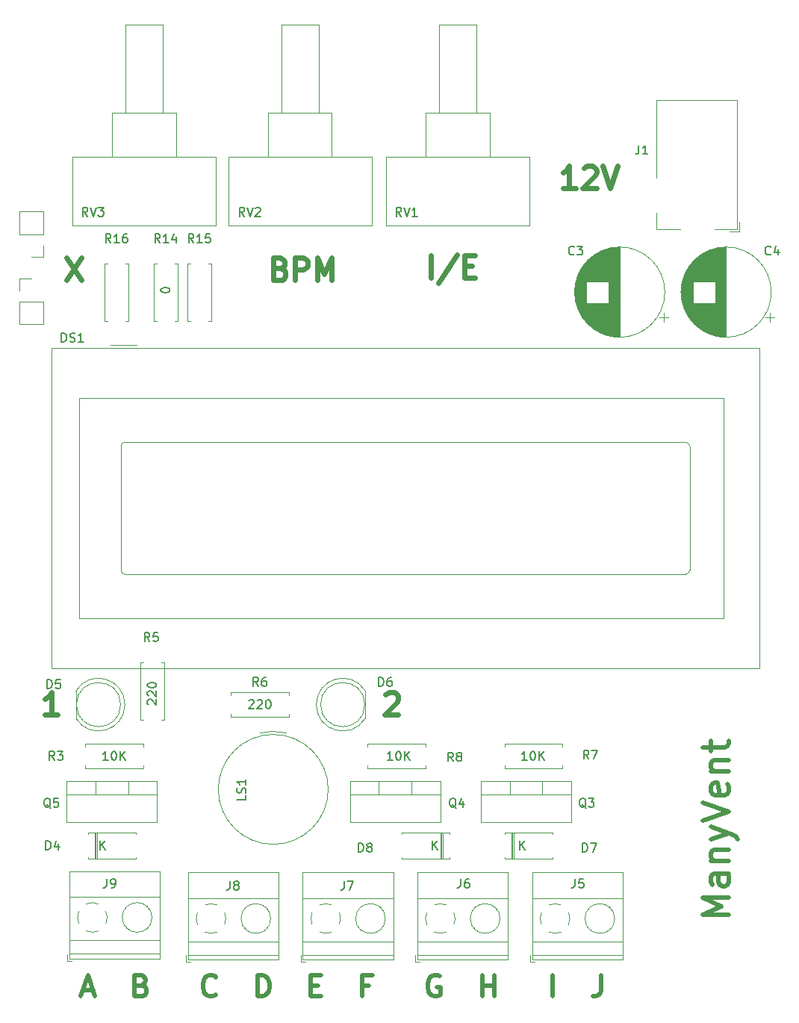
<source format=gbr>
G04 #@! TF.GenerationSoftware,KiCad,Pcbnew,(5.99.0-1109-gba7c8ed85)*
G04 #@! TF.CreationDate,2020-03-29T19:16:44-07:00*
G04 #@! TF.ProjectId,ventilator,76656e74-696c-4617-946f-722e6b696361,rev?*
G04 #@! TF.SameCoordinates,Original*
G04 #@! TF.FileFunction,Legend,Top*
G04 #@! TF.FilePolarity,Positive*
%FSLAX46Y46*%
G04 Gerber Fmt 4.6, Leading zero omitted, Abs format (unit mm)*
G04 Created by KiCad (PCBNEW (5.99.0-1109-gba7c8ed85)) date 2020-03-29 19:16:44*
%MOMM*%
%LPD*%
G01*
G04 APERTURE LIST*
%ADD10C,0.500000*%
%ADD11C,0.625000*%
%ADD12C,0.150000*%
%ADD13C,0.120000*%
G04 APERTURE END LIST*
D10*
X136275642Y-149373214D02*
X133275642Y-149373214D01*
X135418500Y-148373214D01*
X133275642Y-147373214D01*
X136275642Y-147373214D01*
X136275642Y-144658928D02*
X134704214Y-144658928D01*
X134418500Y-144801785D01*
X134275642Y-145087500D01*
X134275642Y-145658928D01*
X134418500Y-145944642D01*
X136132785Y-144658928D02*
X136275642Y-144944642D01*
X136275642Y-145658928D01*
X136132785Y-145944642D01*
X135847071Y-146087500D01*
X135561357Y-146087500D01*
X135275642Y-145944642D01*
X135132785Y-145658928D01*
X135132785Y-144944642D01*
X134989928Y-144658928D01*
X134275642Y-143230357D02*
X136275642Y-143230357D01*
X134561357Y-143230357D02*
X134418500Y-143087500D01*
X134275642Y-142801785D01*
X134275642Y-142373214D01*
X134418500Y-142087500D01*
X134704214Y-141944642D01*
X136275642Y-141944642D01*
X134275642Y-140801785D02*
X136275642Y-140087500D01*
X134275642Y-139373214D02*
X136275642Y-140087500D01*
X136989928Y-140373214D01*
X137132785Y-140516071D01*
X137275642Y-140801785D01*
X133275642Y-138658928D02*
X136275642Y-137658928D01*
X133275642Y-136658928D01*
X136132785Y-134516071D02*
X136275642Y-134801785D01*
X136275642Y-135373214D01*
X136132785Y-135658928D01*
X135847071Y-135801785D01*
X134704214Y-135801785D01*
X134418500Y-135658928D01*
X134275642Y-135373214D01*
X134275642Y-134801785D01*
X134418500Y-134516071D01*
X134704214Y-134373214D01*
X134989928Y-134373214D01*
X135275642Y-135801785D01*
X134275642Y-133087500D02*
X136275642Y-133087500D01*
X134561357Y-133087500D02*
X134418500Y-132944642D01*
X134275642Y-132658928D01*
X134275642Y-132230357D01*
X134418500Y-131944642D01*
X134704214Y-131801785D01*
X136275642Y-131801785D01*
X134275642Y-130801785D02*
X134275642Y-129658928D01*
X133275642Y-130373214D02*
X135847071Y-130373214D01*
X136132785Y-130230357D01*
X136275642Y-129944642D01*
X136275642Y-129658928D01*
D11*
X61187166Y-74875452D02*
X62853833Y-77375452D01*
X62853833Y-74875452D02*
X61187166Y-77375452D01*
X60194785Y-126651452D02*
X58766214Y-126651452D01*
X59480500Y-126651452D02*
X59480500Y-124151452D01*
X59242404Y-124508595D01*
X59004309Y-124746690D01*
X58766214Y-124865738D01*
X97374214Y-124389547D02*
X97493261Y-124270500D01*
X97731357Y-124151452D01*
X98326595Y-124151452D01*
X98564690Y-124270500D01*
X98683738Y-124389547D01*
X98802785Y-124627642D01*
X98802785Y-124865738D01*
X98683738Y-125222880D01*
X97255166Y-126651452D01*
X98802785Y-126651452D01*
D12*
X71886880Y-78578119D02*
X71886880Y-78482880D01*
X71934500Y-78387642D01*
X71982119Y-78340023D01*
X72077357Y-78292404D01*
X72267833Y-78244785D01*
X72505928Y-78244785D01*
X72696404Y-78292404D01*
X72791642Y-78340023D01*
X72839261Y-78387642D01*
X72886880Y-78482880D01*
X72886880Y-78578119D01*
X72839261Y-78673357D01*
X72791642Y-78720976D01*
X72696404Y-78768595D01*
X72505928Y-78816214D01*
X72267833Y-78816214D01*
X72077357Y-78768595D01*
X71982119Y-78720976D01*
X71934500Y-78673357D01*
X71886880Y-78578119D01*
X70458119Y-125488595D02*
X70410500Y-125440976D01*
X70362880Y-125345738D01*
X70362880Y-125107642D01*
X70410500Y-125012404D01*
X70458119Y-124964785D01*
X70553357Y-124917166D01*
X70648595Y-124917166D01*
X70791452Y-124964785D01*
X71362880Y-125536214D01*
X71362880Y-124917166D01*
X70458119Y-124536214D02*
X70410500Y-124488595D01*
X70362880Y-124393357D01*
X70362880Y-124155261D01*
X70410500Y-124060023D01*
X70458119Y-124012404D01*
X70553357Y-123964785D01*
X70648595Y-123964785D01*
X70791452Y-124012404D01*
X71362880Y-124583833D01*
X71362880Y-123964785D01*
X70362880Y-123345738D02*
X70362880Y-123250500D01*
X70410500Y-123155261D01*
X70458119Y-123107642D01*
X70553357Y-123060023D01*
X70743833Y-123012404D01*
X70981928Y-123012404D01*
X71172404Y-123060023D01*
X71267642Y-123107642D01*
X71315261Y-123155261D01*
X71362880Y-123250500D01*
X71362880Y-123345738D01*
X71315261Y-123440976D01*
X71267642Y-123488595D01*
X71172404Y-123536214D01*
X70981928Y-123583833D01*
X70743833Y-123583833D01*
X70553357Y-123536214D01*
X70458119Y-123488595D01*
X70410500Y-123440976D01*
X70362880Y-123345738D01*
D11*
X85428500Y-76065928D02*
X85785642Y-76184976D01*
X85904690Y-76304023D01*
X86023738Y-76542119D01*
X86023738Y-76899261D01*
X85904690Y-77137357D01*
X85785642Y-77256404D01*
X85547547Y-77375452D01*
X84595166Y-77375452D01*
X84595166Y-74875452D01*
X85428500Y-74875452D01*
X85666595Y-74994500D01*
X85785642Y-75113547D01*
X85904690Y-75351642D01*
X85904690Y-75589738D01*
X85785642Y-75827833D01*
X85666595Y-75946880D01*
X85428500Y-76065928D01*
X84595166Y-76065928D01*
X87095166Y-77375452D02*
X87095166Y-74875452D01*
X88047547Y-74875452D01*
X88285642Y-74994500D01*
X88404690Y-75113547D01*
X88523738Y-75351642D01*
X88523738Y-75708785D01*
X88404690Y-75946880D01*
X88285642Y-76065928D01*
X88047547Y-76184976D01*
X87095166Y-76184976D01*
X89595166Y-77375452D02*
X89595166Y-74875452D01*
X90428500Y-76661166D01*
X91261833Y-74875452D01*
X91261833Y-77375452D01*
X102506023Y-77121452D02*
X102506023Y-74621452D01*
X105482214Y-74502404D02*
X103339357Y-77716690D01*
X106315547Y-75811928D02*
X107148880Y-75811928D01*
X107506023Y-77121452D02*
X106315547Y-77121452D01*
X106315547Y-74621452D01*
X107506023Y-74621452D01*
D10*
X63056642Y-157924500D02*
X64199500Y-157924500D01*
X62828071Y-158610214D02*
X63628071Y-156210214D01*
X64428071Y-158610214D01*
X69685214Y-157353071D02*
X70028071Y-157467357D01*
X70142357Y-157581642D01*
X70256642Y-157810214D01*
X70256642Y-158153071D01*
X70142357Y-158381642D01*
X70028071Y-158495928D01*
X69799500Y-158610214D01*
X68885214Y-158610214D01*
X68885214Y-156210214D01*
X69685214Y-156210214D01*
X69913785Y-156324500D01*
X70028071Y-156438785D01*
X70142357Y-156667357D01*
X70142357Y-156895928D01*
X70028071Y-157124500D01*
X69913785Y-157238785D01*
X69685214Y-157353071D01*
X68885214Y-157353071D01*
X78142357Y-158381642D02*
X78028071Y-158495928D01*
X77685214Y-158610214D01*
X77456642Y-158610214D01*
X77113785Y-158495928D01*
X76885214Y-158267357D01*
X76770928Y-158038785D01*
X76656642Y-157581642D01*
X76656642Y-157238785D01*
X76770928Y-156781642D01*
X76885214Y-156553071D01*
X77113785Y-156324500D01*
X77456642Y-156210214D01*
X77685214Y-156210214D01*
X78028071Y-156324500D01*
X78142357Y-156438785D01*
X82828071Y-158610214D02*
X82828071Y-156210214D01*
X83399500Y-156210214D01*
X83742357Y-156324500D01*
X83970928Y-156553071D01*
X84085214Y-156781642D01*
X84199500Y-157238785D01*
X84199500Y-157581642D01*
X84085214Y-158038785D01*
X83970928Y-158267357D01*
X83742357Y-158495928D01*
X83399500Y-158610214D01*
X82828071Y-158610214D01*
X88885214Y-157353071D02*
X89685214Y-157353071D01*
X90028071Y-158610214D02*
X88885214Y-158610214D01*
X88885214Y-156210214D01*
X90028071Y-156210214D01*
X95513785Y-157353071D02*
X94713785Y-157353071D01*
X94713785Y-158610214D02*
X94713785Y-156210214D01*
X95856642Y-156210214D01*
X103513785Y-156324500D02*
X103285214Y-156210214D01*
X102942357Y-156210214D01*
X102599500Y-156324500D01*
X102370928Y-156553071D01*
X102256642Y-156781642D01*
X102142357Y-157238785D01*
X102142357Y-157581642D01*
X102256642Y-158038785D01*
X102370928Y-158267357D01*
X102599500Y-158495928D01*
X102942357Y-158610214D01*
X103170928Y-158610214D01*
X103513785Y-158495928D01*
X103628071Y-158381642D01*
X103628071Y-157581642D01*
X103170928Y-157581642D01*
X108313785Y-158610214D02*
X108313785Y-156210214D01*
X108313785Y-157353071D02*
X109685214Y-157353071D01*
X109685214Y-158610214D02*
X109685214Y-156210214D01*
X116313785Y-158610214D02*
X116313785Y-156210214D01*
X121799499Y-156210214D02*
X121799499Y-157924500D01*
X121685214Y-158267357D01*
X121456642Y-158495928D01*
X121113785Y-158610214D01*
X120885214Y-158610214D01*
D12*
X65902023Y-131814880D02*
X65330595Y-131814880D01*
X65616309Y-131814880D02*
X65616309Y-130814880D01*
X65521071Y-130957738D01*
X65425833Y-131052976D01*
X65330595Y-131100595D01*
X66521071Y-130814880D02*
X66616309Y-130814880D01*
X66711547Y-130862500D01*
X66759166Y-130910119D01*
X66806785Y-131005357D01*
X66854404Y-131195833D01*
X66854404Y-131433928D01*
X66806785Y-131624404D01*
X66759166Y-131719642D01*
X66711547Y-131767261D01*
X66616309Y-131814880D01*
X66521071Y-131814880D01*
X66425833Y-131767261D01*
X66378214Y-131719642D01*
X66330595Y-131624404D01*
X66282976Y-131433928D01*
X66282976Y-131195833D01*
X66330595Y-131005357D01*
X66378214Y-130910119D01*
X66425833Y-130862500D01*
X66521071Y-130814880D01*
X67282976Y-131814880D02*
X67282976Y-130814880D01*
X67854404Y-131814880D02*
X67425833Y-131243452D01*
X67854404Y-130814880D02*
X67282976Y-131386309D01*
X98160023Y-131809880D02*
X97588595Y-131809880D01*
X97874309Y-131809880D02*
X97874309Y-130809880D01*
X97779071Y-130952738D01*
X97683833Y-131047976D01*
X97588595Y-131095595D01*
X98779071Y-130809880D02*
X98874309Y-130809880D01*
X98969547Y-130857500D01*
X99017166Y-130905119D01*
X99064785Y-131000357D01*
X99112404Y-131190833D01*
X99112404Y-131428928D01*
X99064785Y-131619404D01*
X99017166Y-131714642D01*
X98969547Y-131762261D01*
X98874309Y-131809880D01*
X98779071Y-131809880D01*
X98683833Y-131762261D01*
X98636214Y-131714642D01*
X98588595Y-131619404D01*
X98540976Y-131428928D01*
X98540976Y-131190833D01*
X98588595Y-131000357D01*
X98636214Y-130905119D01*
X98683833Y-130857500D01*
X98779071Y-130809880D01*
X99540976Y-131809880D02*
X99540976Y-130809880D01*
X100112404Y-131809880D02*
X99683833Y-131238452D01*
X100112404Y-130809880D02*
X99540976Y-131381309D01*
X113400023Y-131814880D02*
X112828595Y-131814880D01*
X113114309Y-131814880D02*
X113114309Y-130814880D01*
X113019071Y-130957738D01*
X112923833Y-131052976D01*
X112828595Y-131100595D01*
X114019071Y-130814880D02*
X114114309Y-130814880D01*
X114209547Y-130862500D01*
X114257166Y-130910119D01*
X114304785Y-131005357D01*
X114352404Y-131195833D01*
X114352404Y-131433928D01*
X114304785Y-131624404D01*
X114257166Y-131719642D01*
X114209547Y-131767261D01*
X114114309Y-131814880D01*
X114019071Y-131814880D01*
X113923833Y-131767261D01*
X113876214Y-131719642D01*
X113828595Y-131624404D01*
X113780976Y-131433928D01*
X113780976Y-131195833D01*
X113828595Y-131005357D01*
X113876214Y-130910119D01*
X113923833Y-130862500D01*
X114019071Y-130814880D01*
X114780976Y-131814880D02*
X114780976Y-130814880D01*
X115352404Y-131814880D02*
X114923833Y-131243452D01*
X115352404Y-130814880D02*
X114780976Y-131386309D01*
X81864404Y-125068119D02*
X81912023Y-125020500D01*
X82007261Y-124972880D01*
X82245357Y-124972880D01*
X82340595Y-125020500D01*
X82388214Y-125068119D01*
X82435833Y-125163357D01*
X82435833Y-125258595D01*
X82388214Y-125401452D01*
X81816785Y-125972880D01*
X82435833Y-125972880D01*
X82816785Y-125068119D02*
X82864404Y-125020500D01*
X82959642Y-124972880D01*
X83197738Y-124972880D01*
X83292976Y-125020500D01*
X83340595Y-125068119D01*
X83388214Y-125163357D01*
X83388214Y-125258595D01*
X83340595Y-125401452D01*
X82769166Y-125972880D01*
X83388214Y-125972880D01*
X84007261Y-124972880D02*
X84102500Y-124972880D01*
X84197738Y-125020500D01*
X84245357Y-125068119D01*
X84292976Y-125163357D01*
X84340595Y-125353833D01*
X84340595Y-125591928D01*
X84292976Y-125782404D01*
X84245357Y-125877642D01*
X84197738Y-125925261D01*
X84102500Y-125972880D01*
X84007261Y-125972880D01*
X83912023Y-125925261D01*
X83864404Y-125877642D01*
X83816785Y-125782404D01*
X83769166Y-125591928D01*
X83769166Y-125353833D01*
X83816785Y-125163357D01*
X83864404Y-125068119D01*
X83912023Y-125020500D01*
X84007261Y-124972880D01*
D11*
X118892880Y-66961452D02*
X117464309Y-66961452D01*
X118178595Y-66961452D02*
X118178595Y-64461452D01*
X117940500Y-64818595D01*
X117702404Y-65056690D01*
X117464309Y-65175738D01*
X119845261Y-64699547D02*
X119964309Y-64580500D01*
X120202404Y-64461452D01*
X120797642Y-64461452D01*
X121035738Y-64580500D01*
X121154785Y-64699547D01*
X121273833Y-64937642D01*
X121273833Y-65175738D01*
X121154785Y-65532880D01*
X119726214Y-66961452D01*
X121273833Y-66961452D01*
X121988119Y-64461452D02*
X122821452Y-66961452D01*
X123654785Y-64461452D01*
D13*
X65806500Y-82054500D02*
X65476500Y-82054500D01*
X65476500Y-82054500D02*
X65476500Y-75514500D01*
X65476500Y-75514500D02*
X65806500Y-75514500D01*
X67886500Y-82054500D02*
X68216500Y-82054500D01*
X68216500Y-82054500D02*
X68216500Y-75514500D01*
X68216500Y-75514500D02*
X67886500Y-75514500D01*
X75204500Y-82054500D02*
X74874500Y-82054500D01*
X74874500Y-82054500D02*
X74874500Y-75514500D01*
X74874500Y-75514500D02*
X75204500Y-75514500D01*
X77284500Y-82054500D02*
X77614500Y-82054500D01*
X77614500Y-82054500D02*
X77614500Y-75514500D01*
X77614500Y-75514500D02*
X77284500Y-75514500D01*
X90856500Y-135132500D02*
G75*
G03*
X90856500Y-135132500I-6230000J0D01*
G01*
X83126501Y-128732500D02*
G75*
G02*
X86126500Y-128732500I1499999J-6400000D01*
G01*
X63322500Y-130322500D02*
X63322500Y-129992500D01*
X63322500Y-129992500D02*
X69862500Y-129992500D01*
X69862500Y-129992500D02*
X69862500Y-130322500D01*
X63322500Y-132402500D02*
X63322500Y-132732500D01*
X63322500Y-132732500D02*
X69862500Y-132732500D01*
X69862500Y-132732500D02*
X69862500Y-132402500D01*
X64795818Y-151189256D02*
G75*
G02*
X64112500Y-151334500I-683318J1534756D01*
G01*
X65647926Y-148971458D02*
G75*
G02*
X65647500Y-150338500I-1535426J-683042D01*
G01*
X63429458Y-148119074D02*
G75*
G02*
X64796500Y-148119500I683042J-1535426D01*
G01*
X62577074Y-150337542D02*
G75*
G02*
X62577500Y-148970500I1535426J683042D01*
G01*
X64141305Y-151334753D02*
G75*
G02*
X63428500Y-151189500I-28805J1680253D01*
G01*
X70872500Y-149654500D02*
G75*
G03*
X70872500Y-149654500I-1680000J0D01*
G01*
X61512500Y-153754500D02*
X71792500Y-153754500D01*
X61512500Y-152254500D02*
X71792500Y-152254500D01*
X61512500Y-147353500D02*
X71792500Y-147353500D01*
X61512500Y-144393500D02*
X71792500Y-144393500D01*
X61512500Y-154314500D02*
X71792500Y-154314500D01*
X61512500Y-144393500D02*
X61512500Y-154314500D01*
X71792500Y-144393500D02*
X71792500Y-154314500D01*
X70467500Y-148585500D02*
X70420500Y-148631500D01*
X68158500Y-150893500D02*
X68123500Y-150928500D01*
X70262500Y-148379500D02*
X70227500Y-148415500D01*
X67965500Y-150677500D02*
X67918500Y-150723500D01*
X61272500Y-153814500D02*
X61272500Y-154554500D01*
X61272500Y-154554500D02*
X61772500Y-154554500D01*
X61218500Y-134188500D02*
X71458500Y-134188500D01*
X61218500Y-138829500D02*
X71458500Y-138829500D01*
X61218500Y-134188500D02*
X61218500Y-138829500D01*
X71458500Y-134188500D02*
X71458500Y-138829500D01*
X61218500Y-135698500D02*
X71458500Y-135698500D01*
X64488500Y-134188500D02*
X64488500Y-135698500D01*
X68189500Y-134188500D02*
X68189500Y-135698500D01*
X63618500Y-140182500D02*
X63618500Y-140052500D01*
X63618500Y-140052500D02*
X69058500Y-140052500D01*
X69058500Y-140052500D02*
X69058500Y-140182500D01*
X63618500Y-142862500D02*
X63618500Y-142992500D01*
X63618500Y-142992500D02*
X69058500Y-142992500D01*
X69058500Y-142992500D02*
X69058500Y-142862500D01*
X64518500Y-140052500D02*
X64518500Y-142992500D01*
X64638500Y-140052500D02*
X64638500Y-142992500D01*
X64398500Y-140052500D02*
X64398500Y-142992500D01*
X78257818Y-151311256D02*
G75*
G02*
X77574500Y-151456500I-683318J1534756D01*
G01*
X79109926Y-149093458D02*
G75*
G02*
X79109500Y-150460500I-1535426J-683042D01*
G01*
X76891458Y-148241074D02*
G75*
G02*
X78258500Y-148241500I683042J-1535426D01*
G01*
X76039074Y-150459542D02*
G75*
G02*
X76039500Y-149092500I1535426J683042D01*
G01*
X77603305Y-151456753D02*
G75*
G02*
X76890500Y-151311500I-28805J1680253D01*
G01*
X84334500Y-149776500D02*
G75*
G03*
X84334500Y-149776500I-1680000J0D01*
G01*
X74974500Y-153876500D02*
X85254500Y-153876500D01*
X74974500Y-152376500D02*
X85254500Y-152376500D01*
X74974500Y-147475500D02*
X85254500Y-147475500D01*
X74974500Y-144515500D02*
X85254500Y-144515500D01*
X74974500Y-154436500D02*
X85254500Y-154436500D01*
X74974500Y-144515500D02*
X74974500Y-154436500D01*
X85254500Y-144515500D02*
X85254500Y-154436500D01*
X83929500Y-148707500D02*
X83882500Y-148753500D01*
X81620500Y-151015500D02*
X81585500Y-151050500D01*
X83724500Y-148501500D02*
X83689500Y-148537500D01*
X81427500Y-150799500D02*
X81380500Y-150845500D01*
X74734500Y-153936500D02*
X74734500Y-154676500D01*
X74734500Y-154676500D02*
X75234500Y-154676500D01*
X91257818Y-151311256D02*
G75*
G02*
X90574500Y-151456500I-683318J1534756D01*
G01*
X92109926Y-149093458D02*
G75*
G02*
X92109500Y-150460500I-1535426J-683042D01*
G01*
X89891458Y-148241074D02*
G75*
G02*
X91258500Y-148241500I683042J-1535426D01*
G01*
X89039074Y-150459542D02*
G75*
G02*
X89039500Y-149092500I1535426J683042D01*
G01*
X90603305Y-151456753D02*
G75*
G02*
X89890500Y-151311500I-28805J1680253D01*
G01*
X97334500Y-149776500D02*
G75*
G03*
X97334500Y-149776500I-1680000J0D01*
G01*
X87974500Y-153876500D02*
X98254500Y-153876500D01*
X87974500Y-152376500D02*
X98254500Y-152376500D01*
X87974500Y-147475500D02*
X98254500Y-147475500D01*
X87974500Y-144515500D02*
X98254500Y-144515500D01*
X87974500Y-154436500D02*
X98254500Y-154436500D01*
X87974500Y-144515500D02*
X87974500Y-154436500D01*
X98254500Y-144515500D02*
X98254500Y-154436500D01*
X96929500Y-148707500D02*
X96882500Y-148753500D01*
X94620500Y-151015500D02*
X94585500Y-151050500D01*
X96724500Y-148501500D02*
X96689500Y-148537500D01*
X94427500Y-150799500D02*
X94380500Y-150845500D01*
X87734500Y-153936500D02*
X87734500Y-154676500D01*
X87734500Y-154676500D02*
X88234500Y-154676500D01*
X104257818Y-151311256D02*
G75*
G02*
X103574500Y-151456500I-683318J1534756D01*
G01*
X105109926Y-149093458D02*
G75*
G02*
X105109500Y-150460500I-1535426J-683042D01*
G01*
X102891458Y-148241074D02*
G75*
G02*
X104258500Y-148241500I683042J-1535426D01*
G01*
X102039074Y-150459542D02*
G75*
G02*
X102039500Y-149092500I1535426J683042D01*
G01*
X103603305Y-151456753D02*
G75*
G02*
X102890500Y-151311500I-28805J1680253D01*
G01*
X110334500Y-149776500D02*
G75*
G03*
X110334500Y-149776500I-1680000J0D01*
G01*
X100974500Y-153876500D02*
X111254500Y-153876500D01*
X100974500Y-152376500D02*
X111254500Y-152376500D01*
X100974500Y-147475500D02*
X111254500Y-147475500D01*
X100974500Y-144515500D02*
X111254500Y-144515500D01*
X100974500Y-154436500D02*
X111254500Y-154436500D01*
X100974500Y-144515500D02*
X100974500Y-154436500D01*
X111254500Y-144515500D02*
X111254500Y-154436500D01*
X109929500Y-148707500D02*
X109882500Y-148753500D01*
X107620500Y-151015500D02*
X107585500Y-151050500D01*
X109724500Y-148501500D02*
X109689500Y-148537500D01*
X107427500Y-150799500D02*
X107380500Y-150845500D01*
X100734500Y-153936500D02*
X100734500Y-154676500D01*
X100734500Y-154676500D02*
X101234500Y-154676500D01*
X117257818Y-151311256D02*
G75*
G02*
X116574500Y-151456500I-683318J1534756D01*
G01*
X118109926Y-149093458D02*
G75*
G02*
X118109500Y-150460500I-1535426J-683042D01*
G01*
X115891458Y-148241074D02*
G75*
G02*
X117258500Y-148241500I683042J-1535426D01*
G01*
X115039074Y-150459542D02*
G75*
G02*
X115039500Y-149092500I1535426J683042D01*
G01*
X116603305Y-151456753D02*
G75*
G02*
X115890500Y-151311500I-28805J1680253D01*
G01*
X123334500Y-149776500D02*
G75*
G03*
X123334500Y-149776500I-1680000J0D01*
G01*
X113974500Y-153876500D02*
X124254500Y-153876500D01*
X113974500Y-152376500D02*
X124254500Y-152376500D01*
X113974500Y-147475500D02*
X124254500Y-147475500D01*
X113974500Y-144515500D02*
X124254500Y-144515500D01*
X113974500Y-154436500D02*
X124254500Y-154436500D01*
X113974500Y-144515500D02*
X113974500Y-154436500D01*
X124254500Y-144515500D02*
X124254500Y-154436500D01*
X122929500Y-148707500D02*
X122882500Y-148753500D01*
X120620500Y-151015500D02*
X120585500Y-151050500D01*
X122724500Y-148501500D02*
X122689500Y-148537500D01*
X120427500Y-150799500D02*
X120380500Y-150845500D01*
X113734500Y-153936500D02*
X113734500Y-154676500D01*
X113734500Y-154676500D02*
X114234500Y-154676500D01*
X58524500Y-69580500D02*
X55864500Y-69580500D01*
X58524500Y-72180500D02*
X58524500Y-69580500D01*
X55864500Y-72180500D02*
X55864500Y-69580500D01*
X58524500Y-72180500D02*
X55864500Y-72180500D01*
X58524500Y-73450500D02*
X58524500Y-74780500D01*
X58524500Y-74780500D02*
X57194500Y-74780500D01*
X55864500Y-82400500D02*
X58524500Y-82400500D01*
X55864500Y-79800500D02*
X55864500Y-82400500D01*
X58524500Y-79800500D02*
X58524500Y-82400500D01*
X55864500Y-79800500D02*
X58524500Y-79800500D01*
X55864500Y-78530500D02*
X55864500Y-77200500D01*
X55864500Y-77200500D02*
X57194500Y-77200500D01*
X136404500Y-71850500D02*
X137454500Y-71850500D01*
X137454500Y-70800500D02*
X137454500Y-71850500D01*
X128054500Y-65750500D02*
X128054500Y-56950500D01*
X128054500Y-56950500D02*
X137254500Y-56950500D01*
X130754500Y-71650500D02*
X128054500Y-71650500D01*
X128054500Y-71650500D02*
X128054500Y-69750500D01*
X137254500Y-56950500D02*
X137254500Y-71650500D01*
X137254500Y-71650500D02*
X134654500Y-71650500D01*
X140954146Y-82125500D02*
X140954146Y-81125500D01*
X141454146Y-81625500D02*
X140454146Y-81625500D01*
X130893500Y-79349500D02*
X130893500Y-78151500D01*
X130933500Y-79612500D02*
X130933500Y-77888500D01*
X130973500Y-79812500D02*
X130973500Y-77688500D01*
X131013500Y-79980500D02*
X131013500Y-77520500D01*
X131053500Y-80128500D02*
X131053500Y-77372500D01*
X131093500Y-80260500D02*
X131093500Y-77240500D01*
X131133500Y-80380500D02*
X131133500Y-77120500D01*
X131173500Y-80492500D02*
X131173500Y-77008500D01*
X131213500Y-80596500D02*
X131213500Y-76904500D01*
X131253500Y-80694500D02*
X131253500Y-76806500D01*
X131293500Y-80787500D02*
X131293500Y-76713500D01*
X131333500Y-80875500D02*
X131333500Y-76625500D01*
X131373500Y-80959500D02*
X131373500Y-76541500D01*
X131413500Y-81039500D02*
X131413500Y-76461500D01*
X131453500Y-81115500D02*
X131453500Y-76385500D01*
X131493500Y-81189500D02*
X131493500Y-76311500D01*
X131533500Y-81260500D02*
X131533500Y-76240500D01*
X131573500Y-81329500D02*
X131573500Y-76171500D01*
X131613500Y-81395500D02*
X131613500Y-76105500D01*
X131653500Y-81459500D02*
X131653500Y-76041500D01*
X131693500Y-81520500D02*
X131693500Y-75980500D01*
X131733500Y-81580500D02*
X131733500Y-75920500D01*
X131773500Y-81639500D02*
X131773500Y-75861500D01*
X131813500Y-81695500D02*
X131813500Y-75805500D01*
X131853500Y-81750500D02*
X131853500Y-75750500D01*
X131893500Y-81804500D02*
X131893500Y-75696500D01*
X131933500Y-81856500D02*
X131933500Y-75644500D01*
X131973500Y-81906500D02*
X131973500Y-75594500D01*
X132013500Y-81956500D02*
X132013500Y-75544500D01*
X132053500Y-82004500D02*
X132053500Y-75496500D01*
X132093500Y-82051500D02*
X132093500Y-75449500D01*
X132133500Y-82097500D02*
X132133500Y-75403500D01*
X132173500Y-82142500D02*
X132173500Y-75358500D01*
X132213500Y-82186500D02*
X132213500Y-75314500D01*
X132253500Y-77509500D02*
X132253500Y-75272500D01*
X132253500Y-82228500D02*
X132253500Y-79991500D01*
X132293500Y-77509500D02*
X132293500Y-75230500D01*
X132293500Y-82270500D02*
X132293500Y-79991500D01*
X132333500Y-77509500D02*
X132333500Y-75189500D01*
X132333500Y-82311500D02*
X132333500Y-79991500D01*
X132373500Y-77509500D02*
X132373500Y-75149500D01*
X132373500Y-82351500D02*
X132373500Y-79991500D01*
X132413500Y-77509500D02*
X132413500Y-75110500D01*
X132413500Y-82390500D02*
X132413500Y-79991500D01*
X132453500Y-77509500D02*
X132453500Y-75071500D01*
X132453500Y-82429500D02*
X132453500Y-79991500D01*
X132493500Y-77509500D02*
X132493500Y-75034500D01*
X132493500Y-82466500D02*
X132493500Y-79991500D01*
X132533500Y-77509500D02*
X132533500Y-74997500D01*
X132533500Y-82503500D02*
X132533500Y-79991500D01*
X132573500Y-77509500D02*
X132573500Y-74961500D01*
X132573500Y-82539500D02*
X132573500Y-79991500D01*
X132613500Y-77509500D02*
X132613500Y-74926500D01*
X132613500Y-82574500D02*
X132613500Y-79991500D01*
X132653500Y-77509500D02*
X132653500Y-74892500D01*
X132653500Y-82608500D02*
X132653500Y-79991500D01*
X132693500Y-77509500D02*
X132693500Y-74858500D01*
X132693500Y-82642500D02*
X132693500Y-79991500D01*
X132733500Y-77509500D02*
X132733500Y-74825500D01*
X132733500Y-82675500D02*
X132733500Y-79991500D01*
X132773500Y-77509500D02*
X132773500Y-74793500D01*
X132773500Y-82707500D02*
X132773500Y-79991500D01*
X132813500Y-77509500D02*
X132813500Y-74761500D01*
X132813500Y-82739500D02*
X132813500Y-79991500D01*
X132853500Y-77509500D02*
X132853500Y-74730500D01*
X132853500Y-82770500D02*
X132853500Y-79991500D01*
X132893500Y-77509500D02*
X132893500Y-74700500D01*
X132893500Y-82800500D02*
X132893500Y-79991500D01*
X132933500Y-77509500D02*
X132933500Y-74670500D01*
X132933500Y-82830500D02*
X132933500Y-79991500D01*
X132973500Y-77509500D02*
X132973500Y-74640500D01*
X132973500Y-82860500D02*
X132973500Y-79991500D01*
X133013500Y-77509500D02*
X133013500Y-74612500D01*
X133013500Y-82888500D02*
X133013500Y-79991500D01*
X133053500Y-77509500D02*
X133053500Y-74584500D01*
X133053500Y-82916500D02*
X133053500Y-79991500D01*
X133093500Y-77509500D02*
X133093500Y-74556500D01*
X133093500Y-82944500D02*
X133093500Y-79991500D01*
X133133500Y-77509500D02*
X133133500Y-74529500D01*
X133133500Y-82971500D02*
X133133500Y-79991500D01*
X133173500Y-77509500D02*
X133173500Y-74503500D01*
X133173500Y-82997500D02*
X133173500Y-79991500D01*
X133213500Y-77509500D02*
X133213500Y-74477500D01*
X133213500Y-83023500D02*
X133213500Y-79991500D01*
X133253500Y-77509500D02*
X133253500Y-74452500D01*
X133253500Y-83048500D02*
X133253500Y-79991500D01*
X133293500Y-77509500D02*
X133293500Y-74427500D01*
X133293500Y-83073500D02*
X133293500Y-79991500D01*
X133333500Y-77509500D02*
X133333500Y-74403500D01*
X133333500Y-83097500D02*
X133333500Y-79991500D01*
X133373500Y-77509500D02*
X133373500Y-74379500D01*
X133373500Y-83121500D02*
X133373500Y-79991500D01*
X133413500Y-77509500D02*
X133413500Y-74355500D01*
X133413500Y-83145500D02*
X133413500Y-79991500D01*
X133453500Y-77509500D02*
X133453500Y-74333500D01*
X133453500Y-83167500D02*
X133453500Y-79991500D01*
X133493500Y-77509500D02*
X133493500Y-74310500D01*
X133493500Y-83190500D02*
X133493500Y-79991500D01*
X133533500Y-77509500D02*
X133533500Y-74288500D01*
X133533500Y-83212500D02*
X133533500Y-79991500D01*
X133573500Y-77509500D02*
X133573500Y-74267500D01*
X133573500Y-83233500D02*
X133573500Y-79991500D01*
X133613500Y-77509500D02*
X133613500Y-74246500D01*
X133613500Y-83254500D02*
X133613500Y-79991500D01*
X133653500Y-77509500D02*
X133653500Y-74225500D01*
X133653500Y-83275500D02*
X133653500Y-79991500D01*
X133693500Y-77509500D02*
X133693500Y-74205500D01*
X133693500Y-83295500D02*
X133693500Y-79991500D01*
X133733500Y-77509500D02*
X133733500Y-74186500D01*
X133733500Y-83314500D02*
X133733500Y-79991500D01*
X133773500Y-77509500D02*
X133773500Y-74166500D01*
X133773500Y-83334500D02*
X133773500Y-79991500D01*
X133813500Y-77509500D02*
X133813500Y-74147500D01*
X133813500Y-83353500D02*
X133813500Y-79991500D01*
X133853500Y-77509500D02*
X133853500Y-74129500D01*
X133853500Y-83371500D02*
X133853500Y-79991500D01*
X133893500Y-77509500D02*
X133893500Y-74111500D01*
X133893500Y-83389500D02*
X133893500Y-79991500D01*
X133933500Y-77509500D02*
X133933500Y-74093500D01*
X133933500Y-83407500D02*
X133933500Y-79991500D01*
X133973500Y-77509500D02*
X133973500Y-74076500D01*
X133973500Y-83424500D02*
X133973500Y-79991500D01*
X134013500Y-77509500D02*
X134013500Y-74060500D01*
X134013500Y-83440500D02*
X134013500Y-79991500D01*
X134053500Y-77509500D02*
X134053500Y-74043500D01*
X134053500Y-83457500D02*
X134053500Y-79991500D01*
X134093500Y-77509500D02*
X134093500Y-74027500D01*
X134093500Y-83473500D02*
X134093500Y-79991500D01*
X134133500Y-77509500D02*
X134133500Y-74012500D01*
X134133500Y-83488500D02*
X134133500Y-79991500D01*
X134173500Y-77509500D02*
X134173500Y-73996500D01*
X134173500Y-83504500D02*
X134173500Y-79991500D01*
X134213500Y-77509500D02*
X134213500Y-73982500D01*
X134213500Y-83518500D02*
X134213500Y-79991500D01*
X134253500Y-77509500D02*
X134253500Y-73967500D01*
X134253500Y-83533500D02*
X134253500Y-79991500D01*
X134293500Y-77509500D02*
X134293500Y-73953500D01*
X134293500Y-83547500D02*
X134293500Y-79991500D01*
X134333500Y-77509500D02*
X134333500Y-73939500D01*
X134333500Y-83561500D02*
X134333500Y-79991500D01*
X134373500Y-77509500D02*
X134373500Y-73926500D01*
X134373500Y-83574500D02*
X134373500Y-79991500D01*
X134413500Y-77509500D02*
X134413500Y-73913500D01*
X134413500Y-83587500D02*
X134413500Y-79991500D01*
X134453500Y-77509500D02*
X134453500Y-73900500D01*
X134453500Y-83600500D02*
X134453500Y-79991500D01*
X134493500Y-77509500D02*
X134493500Y-73888500D01*
X134493500Y-83612500D02*
X134493500Y-79991500D01*
X134533500Y-77509500D02*
X134533500Y-73876500D01*
X134533500Y-83624500D02*
X134533500Y-79991500D01*
X134573500Y-77509500D02*
X134573500Y-73865500D01*
X134573500Y-83635500D02*
X134573500Y-79991500D01*
X134613500Y-77509500D02*
X134613500Y-73853500D01*
X134613500Y-83647500D02*
X134613500Y-79991500D01*
X134653500Y-77509500D02*
X134653500Y-73843500D01*
X134653500Y-83657500D02*
X134653500Y-79991500D01*
X134693500Y-77509500D02*
X134693500Y-73832500D01*
X134693500Y-83668500D02*
X134693500Y-79991500D01*
X134733500Y-83678500D02*
X134733500Y-73822500D01*
X134773500Y-83688500D02*
X134773500Y-73812500D01*
X134813500Y-83697500D02*
X134813500Y-73803500D01*
X134853500Y-83706500D02*
X134853500Y-73794500D01*
X134893500Y-83715500D02*
X134893500Y-73785500D01*
X134933500Y-83724500D02*
X134933500Y-73776500D01*
X134973500Y-83732500D02*
X134973500Y-73768500D01*
X135013500Y-83740500D02*
X135013500Y-73760500D01*
X135053500Y-83747500D02*
X135053500Y-73753500D01*
X135093500Y-83754500D02*
X135093500Y-73746500D01*
X135133500Y-83761500D02*
X135133500Y-73739500D01*
X135173500Y-83768500D02*
X135173500Y-73732500D01*
X135213500Y-83774500D02*
X135213500Y-73726500D01*
X135253500Y-83780500D02*
X135253500Y-73720500D01*
X135294500Y-83785500D02*
X135294500Y-73715500D01*
X135334500Y-83790500D02*
X135334500Y-73710500D01*
X135374500Y-83795500D02*
X135374500Y-73705500D01*
X135414500Y-83800500D02*
X135414500Y-73700500D01*
X135454500Y-83804500D02*
X135454500Y-73696500D01*
X135494500Y-83808500D02*
X135494500Y-73692500D01*
X135534500Y-83812500D02*
X135534500Y-73688500D01*
X135574500Y-83815500D02*
X135574500Y-73685500D01*
X135614500Y-83818500D02*
X135614500Y-73682500D01*
X135654500Y-83820500D02*
X135654500Y-73680500D01*
X135694500Y-83823500D02*
X135694500Y-73677500D01*
X135734500Y-83825500D02*
X135734500Y-73675500D01*
X135774500Y-83827500D02*
X135774500Y-73673500D01*
X135814500Y-83828500D02*
X135814500Y-73672500D01*
X135854500Y-83829500D02*
X135854500Y-73671500D01*
X135894500Y-83830500D02*
X135894500Y-73670500D01*
X135934500Y-83830500D02*
X135934500Y-73670500D01*
X135974500Y-83830500D02*
X135974500Y-73670500D01*
X141094500Y-78750500D02*
G75*
G03*
X141094500Y-78750500I-5120000J0D01*
G01*
X128889146Y-82125500D02*
X128889146Y-81125500D01*
X129389146Y-81625500D02*
X128389146Y-81625500D01*
X118828500Y-79349500D02*
X118828500Y-78151500D01*
X118868500Y-79612500D02*
X118868500Y-77888500D01*
X118908500Y-79812500D02*
X118908500Y-77688500D01*
X118948500Y-79980500D02*
X118948500Y-77520500D01*
X118988500Y-80128500D02*
X118988500Y-77372500D01*
X119028500Y-80260500D02*
X119028500Y-77240500D01*
X119068500Y-80380500D02*
X119068500Y-77120500D01*
X119108500Y-80492500D02*
X119108500Y-77008500D01*
X119148500Y-80596500D02*
X119148500Y-76904500D01*
X119188500Y-80694500D02*
X119188500Y-76806500D01*
X119228500Y-80787500D02*
X119228500Y-76713500D01*
X119268500Y-80875500D02*
X119268500Y-76625500D01*
X119308500Y-80959500D02*
X119308500Y-76541500D01*
X119348500Y-81039500D02*
X119348500Y-76461500D01*
X119388500Y-81115500D02*
X119388500Y-76385500D01*
X119428500Y-81189500D02*
X119428500Y-76311500D01*
X119468500Y-81260500D02*
X119468500Y-76240500D01*
X119508500Y-81329500D02*
X119508500Y-76171500D01*
X119548500Y-81395500D02*
X119548500Y-76105500D01*
X119588500Y-81459500D02*
X119588500Y-76041500D01*
X119628500Y-81520500D02*
X119628500Y-75980500D01*
X119668500Y-81580500D02*
X119668500Y-75920500D01*
X119708500Y-81639500D02*
X119708500Y-75861500D01*
X119748500Y-81695500D02*
X119748500Y-75805500D01*
X119788500Y-81750500D02*
X119788500Y-75750500D01*
X119828500Y-81804500D02*
X119828500Y-75696500D01*
X119868500Y-81856500D02*
X119868500Y-75644500D01*
X119908500Y-81906500D02*
X119908500Y-75594500D01*
X119948500Y-81956500D02*
X119948500Y-75544500D01*
X119988500Y-82004500D02*
X119988500Y-75496500D01*
X120028500Y-82051500D02*
X120028500Y-75449500D01*
X120068500Y-82097500D02*
X120068500Y-75403500D01*
X120108500Y-82142500D02*
X120108500Y-75358500D01*
X120148500Y-82186500D02*
X120148500Y-75314500D01*
X120188500Y-77509500D02*
X120188500Y-75272500D01*
X120188500Y-82228500D02*
X120188500Y-79991500D01*
X120228500Y-77509500D02*
X120228500Y-75230500D01*
X120228500Y-82270500D02*
X120228500Y-79991500D01*
X120268500Y-77509500D02*
X120268500Y-75189500D01*
X120268500Y-82311500D02*
X120268500Y-79991500D01*
X120308500Y-77509500D02*
X120308500Y-75149500D01*
X120308500Y-82351500D02*
X120308500Y-79991500D01*
X120348500Y-77509500D02*
X120348500Y-75110500D01*
X120348500Y-82390500D02*
X120348500Y-79991500D01*
X120388500Y-77509500D02*
X120388500Y-75071500D01*
X120388500Y-82429500D02*
X120388500Y-79991500D01*
X120428500Y-77509500D02*
X120428500Y-75034500D01*
X120428500Y-82466500D02*
X120428500Y-79991500D01*
X120468500Y-77509500D02*
X120468500Y-74997500D01*
X120468500Y-82503500D02*
X120468500Y-79991500D01*
X120508500Y-77509500D02*
X120508500Y-74961500D01*
X120508500Y-82539500D02*
X120508500Y-79991500D01*
X120548500Y-77509500D02*
X120548500Y-74926500D01*
X120548500Y-82574500D02*
X120548500Y-79991500D01*
X120588500Y-77509500D02*
X120588500Y-74892500D01*
X120588500Y-82608500D02*
X120588500Y-79991500D01*
X120628500Y-77509500D02*
X120628500Y-74858500D01*
X120628500Y-82642500D02*
X120628500Y-79991500D01*
X120668500Y-77509500D02*
X120668500Y-74825500D01*
X120668500Y-82675500D02*
X120668500Y-79991500D01*
X120708500Y-77509500D02*
X120708500Y-74793500D01*
X120708500Y-82707500D02*
X120708500Y-79991500D01*
X120748500Y-77509500D02*
X120748500Y-74761500D01*
X120748500Y-82739500D02*
X120748500Y-79991500D01*
X120788500Y-77509500D02*
X120788500Y-74730500D01*
X120788500Y-82770500D02*
X120788500Y-79991500D01*
X120828500Y-77509500D02*
X120828500Y-74700500D01*
X120828500Y-82800500D02*
X120828500Y-79991500D01*
X120868500Y-77509500D02*
X120868500Y-74670500D01*
X120868500Y-82830500D02*
X120868500Y-79991500D01*
X120908500Y-77509500D02*
X120908500Y-74640500D01*
X120908500Y-82860500D02*
X120908500Y-79991500D01*
X120948500Y-77509500D02*
X120948500Y-74612500D01*
X120948500Y-82888500D02*
X120948500Y-79991500D01*
X120988500Y-77509500D02*
X120988500Y-74584500D01*
X120988500Y-82916500D02*
X120988500Y-79991500D01*
X121028500Y-77509500D02*
X121028500Y-74556500D01*
X121028500Y-82944500D02*
X121028500Y-79991500D01*
X121068500Y-77509500D02*
X121068500Y-74529500D01*
X121068500Y-82971500D02*
X121068500Y-79991500D01*
X121108500Y-77509500D02*
X121108500Y-74503500D01*
X121108500Y-82997500D02*
X121108500Y-79991500D01*
X121148500Y-77509500D02*
X121148500Y-74477500D01*
X121148500Y-83023500D02*
X121148500Y-79991500D01*
X121188500Y-77509500D02*
X121188500Y-74452500D01*
X121188500Y-83048500D02*
X121188500Y-79991500D01*
X121228500Y-77509500D02*
X121228500Y-74427500D01*
X121228500Y-83073500D02*
X121228500Y-79991500D01*
X121268500Y-77509500D02*
X121268500Y-74403500D01*
X121268500Y-83097500D02*
X121268500Y-79991500D01*
X121308500Y-77509500D02*
X121308500Y-74379500D01*
X121308500Y-83121500D02*
X121308500Y-79991500D01*
X121348500Y-77509500D02*
X121348500Y-74355500D01*
X121348500Y-83145500D02*
X121348500Y-79991500D01*
X121388500Y-77509500D02*
X121388500Y-74333500D01*
X121388500Y-83167500D02*
X121388500Y-79991500D01*
X121428500Y-77509500D02*
X121428500Y-74310500D01*
X121428500Y-83190500D02*
X121428500Y-79991500D01*
X121468500Y-77509500D02*
X121468500Y-74288500D01*
X121468500Y-83212500D02*
X121468500Y-79991500D01*
X121508500Y-77509500D02*
X121508500Y-74267500D01*
X121508500Y-83233500D02*
X121508500Y-79991500D01*
X121548500Y-77509500D02*
X121548500Y-74246500D01*
X121548500Y-83254500D02*
X121548500Y-79991500D01*
X121588500Y-77509500D02*
X121588500Y-74225500D01*
X121588500Y-83275500D02*
X121588500Y-79991500D01*
X121628500Y-77509500D02*
X121628500Y-74205500D01*
X121628500Y-83295500D02*
X121628500Y-79991500D01*
X121668500Y-77509500D02*
X121668500Y-74186500D01*
X121668500Y-83314500D02*
X121668500Y-79991500D01*
X121708500Y-77509500D02*
X121708500Y-74166500D01*
X121708500Y-83334500D02*
X121708500Y-79991500D01*
X121748500Y-77509500D02*
X121748500Y-74147500D01*
X121748500Y-83353500D02*
X121748500Y-79991500D01*
X121788500Y-77509500D02*
X121788500Y-74129500D01*
X121788500Y-83371500D02*
X121788500Y-79991500D01*
X121828500Y-77509500D02*
X121828500Y-74111500D01*
X121828500Y-83389500D02*
X121828500Y-79991500D01*
X121868500Y-77509500D02*
X121868500Y-74093500D01*
X121868500Y-83407500D02*
X121868500Y-79991500D01*
X121908500Y-77509500D02*
X121908500Y-74076500D01*
X121908500Y-83424500D02*
X121908500Y-79991500D01*
X121948500Y-77509500D02*
X121948500Y-74060500D01*
X121948500Y-83440500D02*
X121948500Y-79991500D01*
X121988500Y-77509500D02*
X121988500Y-74043500D01*
X121988500Y-83457500D02*
X121988500Y-79991500D01*
X122028500Y-77509500D02*
X122028500Y-74027500D01*
X122028500Y-83473500D02*
X122028500Y-79991500D01*
X122068500Y-77509500D02*
X122068500Y-74012500D01*
X122068500Y-83488500D02*
X122068500Y-79991500D01*
X122108500Y-77509500D02*
X122108500Y-73996500D01*
X122108500Y-83504500D02*
X122108500Y-79991500D01*
X122148500Y-77509500D02*
X122148500Y-73982500D01*
X122148500Y-83518500D02*
X122148500Y-79991500D01*
X122188500Y-77509500D02*
X122188500Y-73967500D01*
X122188500Y-83533500D02*
X122188500Y-79991500D01*
X122228500Y-77509500D02*
X122228500Y-73953500D01*
X122228500Y-83547500D02*
X122228500Y-79991500D01*
X122268500Y-77509500D02*
X122268500Y-73939500D01*
X122268500Y-83561500D02*
X122268500Y-79991500D01*
X122308500Y-77509500D02*
X122308500Y-73926500D01*
X122308500Y-83574500D02*
X122308500Y-79991500D01*
X122348500Y-77509500D02*
X122348500Y-73913500D01*
X122348500Y-83587500D02*
X122348500Y-79991500D01*
X122388500Y-77509500D02*
X122388500Y-73900500D01*
X122388500Y-83600500D02*
X122388500Y-79991500D01*
X122428500Y-77509500D02*
X122428500Y-73888500D01*
X122428500Y-83612500D02*
X122428500Y-79991500D01*
X122468500Y-77509500D02*
X122468500Y-73876500D01*
X122468500Y-83624500D02*
X122468500Y-79991500D01*
X122508500Y-77509500D02*
X122508500Y-73865500D01*
X122508500Y-83635500D02*
X122508500Y-79991500D01*
X122548500Y-77509500D02*
X122548500Y-73853500D01*
X122548500Y-83647500D02*
X122548500Y-79991500D01*
X122588500Y-77509500D02*
X122588500Y-73843500D01*
X122588500Y-83657500D02*
X122588500Y-79991500D01*
X122628500Y-77509500D02*
X122628500Y-73832500D01*
X122628500Y-83668500D02*
X122628500Y-79991500D01*
X122668500Y-83678500D02*
X122668500Y-73822500D01*
X122708500Y-83688500D02*
X122708500Y-73812500D01*
X122748500Y-83697500D02*
X122748500Y-73803500D01*
X122788500Y-83706500D02*
X122788500Y-73794500D01*
X122828500Y-83715500D02*
X122828500Y-73785500D01*
X122868500Y-83724500D02*
X122868500Y-73776500D01*
X122908500Y-83732500D02*
X122908500Y-73768500D01*
X122948500Y-83740500D02*
X122948500Y-73760500D01*
X122988500Y-83747500D02*
X122988500Y-73753500D01*
X123028500Y-83754500D02*
X123028500Y-73746500D01*
X123068500Y-83761500D02*
X123068500Y-73739500D01*
X123108500Y-83768500D02*
X123108500Y-73732500D01*
X123148500Y-83774500D02*
X123148500Y-73726500D01*
X123188500Y-83780500D02*
X123188500Y-73720500D01*
X123229500Y-83785500D02*
X123229500Y-73715500D01*
X123269500Y-83790500D02*
X123269500Y-73710500D01*
X123309500Y-83795500D02*
X123309500Y-73705500D01*
X123349500Y-83800500D02*
X123349500Y-73700500D01*
X123389500Y-83804500D02*
X123389500Y-73696500D01*
X123429500Y-83808500D02*
X123429500Y-73692500D01*
X123469500Y-83812500D02*
X123469500Y-73688500D01*
X123509500Y-83815500D02*
X123509500Y-73685500D01*
X123549500Y-83818500D02*
X123549500Y-73682500D01*
X123589500Y-83820500D02*
X123589500Y-73680500D01*
X123629500Y-83823500D02*
X123629500Y-73677500D01*
X123669500Y-83825500D02*
X123669500Y-73675500D01*
X123709500Y-83827500D02*
X123709500Y-73673500D01*
X123749500Y-83828500D02*
X123749500Y-73672500D01*
X123789500Y-83829500D02*
X123789500Y-73671500D01*
X123829500Y-83830500D02*
X123829500Y-73670500D01*
X123869500Y-83830500D02*
X123869500Y-73670500D01*
X123909500Y-83830500D02*
X123909500Y-73670500D01*
X129029500Y-78750500D02*
G75*
G03*
X129029500Y-78750500I-5120000J0D01*
G01*
X61854500Y-71188500D02*
X61854500Y-63448500D01*
X78094500Y-71188500D02*
X78094500Y-63448500D01*
X61854500Y-71188500D02*
X78094500Y-71188500D01*
X61854500Y-63448500D02*
X78094500Y-63448500D01*
X66354500Y-63448500D02*
X66354500Y-58448500D01*
X73594500Y-63448500D02*
X73594500Y-58448500D01*
X66354500Y-63448500D02*
X73594500Y-63448500D01*
X66354500Y-58448500D02*
X73594500Y-58448500D01*
X67854500Y-58448500D02*
X67854500Y-48448500D01*
X72094500Y-58448500D02*
X72094500Y-48448500D01*
X67854500Y-58448500D02*
X72094500Y-58448500D01*
X67854500Y-48448500D02*
X72094500Y-48448500D01*
X79534500Y-71188500D02*
X79534500Y-63448500D01*
X95774500Y-71188500D02*
X95774500Y-63448500D01*
X79534500Y-71188500D02*
X95774500Y-71188500D01*
X79534500Y-63448500D02*
X95774500Y-63448500D01*
X84034500Y-63448500D02*
X84034500Y-58448500D01*
X91274500Y-63448500D02*
X91274500Y-58448500D01*
X84034500Y-63448500D02*
X91274500Y-63448500D01*
X84034500Y-58448500D02*
X91274500Y-58448500D01*
X85534500Y-58448500D02*
X85534500Y-48448500D01*
X89774500Y-58448500D02*
X89774500Y-48448500D01*
X85534500Y-58448500D02*
X89774500Y-58448500D01*
X85534500Y-48448500D02*
X89774500Y-48448500D01*
X97414500Y-71188500D02*
X97414500Y-63448500D01*
X113654500Y-71188500D02*
X113654500Y-63448500D01*
X97414500Y-71188500D02*
X113654500Y-71188500D01*
X97414500Y-63448500D02*
X113654500Y-63448500D01*
X101914500Y-63448500D02*
X101914500Y-58448500D01*
X109154500Y-63448500D02*
X109154500Y-58448500D01*
X101914500Y-63448500D02*
X109154500Y-63448500D01*
X101914500Y-58448500D02*
X109154500Y-58448500D01*
X103414500Y-58448500D02*
X103414500Y-48448500D01*
X107654500Y-58448500D02*
X107654500Y-48448500D01*
X103414500Y-58448500D02*
X107654500Y-58448500D01*
X103414500Y-48448500D02*
X107654500Y-48448500D01*
X71394500Y-82054500D02*
X71064500Y-82054500D01*
X71064500Y-82054500D02*
X71064500Y-75514500D01*
X71064500Y-75514500D02*
X71394500Y-75514500D01*
X73474500Y-82054500D02*
X73804500Y-82054500D01*
X73804500Y-82054500D02*
X73804500Y-75514500D01*
X73804500Y-75514500D02*
X73474500Y-75514500D01*
X95326500Y-130317500D02*
X95326500Y-129987500D01*
X95326500Y-129987500D02*
X101866500Y-129987500D01*
X101866500Y-129987500D02*
X101866500Y-130317500D01*
X95326500Y-132397500D02*
X95326500Y-132727500D01*
X95326500Y-132727500D02*
X101866500Y-132727500D01*
X101866500Y-132727500D02*
X101866500Y-132397500D01*
X110865500Y-130322500D02*
X110865500Y-129992500D01*
X110865500Y-129992500D02*
X117405500Y-129992500D01*
X117405500Y-129992500D02*
X117405500Y-130322500D01*
X110865500Y-132402500D02*
X110865500Y-132732500D01*
X110865500Y-132732500D02*
X117405500Y-132732500D01*
X117405500Y-132732500D02*
X117405500Y-132402500D01*
X86372500Y-126560500D02*
X86372500Y-126890500D01*
X86372500Y-126890500D02*
X79832500Y-126890500D01*
X79832500Y-126890500D02*
X79832500Y-126560500D01*
X86372500Y-124480500D02*
X86372500Y-124150500D01*
X86372500Y-124150500D02*
X79832500Y-124150500D01*
X79832500Y-124150500D02*
X79832500Y-124480500D01*
X69870500Y-127266500D02*
X69540500Y-127266500D01*
X69540500Y-127266500D02*
X69540500Y-120726500D01*
X69540500Y-120726500D02*
X69870500Y-120726500D01*
X71950500Y-127266500D02*
X72280500Y-127266500D01*
X72280500Y-127266500D02*
X72280500Y-120726500D01*
X72280500Y-120726500D02*
X71950500Y-120726500D01*
X93340500Y-134172500D02*
X103580500Y-134172500D01*
X93340500Y-138813500D02*
X103580500Y-138813500D01*
X93340500Y-134172500D02*
X93340500Y-138813500D01*
X103580500Y-134172500D02*
X103580500Y-138813500D01*
X93340500Y-135682500D02*
X103580500Y-135682500D01*
X96610500Y-134172500D02*
X96610500Y-135682500D01*
X100311500Y-134172500D02*
X100311500Y-135682500D01*
X108185500Y-134177500D02*
X118425500Y-134177500D01*
X108185500Y-138818500D02*
X118425500Y-138818500D01*
X108185500Y-134177500D02*
X108185500Y-138818500D01*
X118425500Y-134177500D02*
X118425500Y-138818500D01*
X108185500Y-135687500D02*
X118425500Y-135687500D01*
X111455500Y-134177500D02*
X111455500Y-135687500D01*
X115156500Y-134177500D02*
X115156500Y-135687500D01*
X59514500Y-121390500D02*
X139794500Y-121390500D01*
X139794500Y-121390500D02*
X139794500Y-85110500D01*
X139794500Y-85110500D02*
X60314500Y-85110500D01*
X59514500Y-85110500D02*
X59514500Y-121390500D01*
X59524500Y-85110500D02*
X60314500Y-85110500D01*
X66154500Y-84750500D02*
X69154500Y-84750500D01*
X67854500Y-95750500D02*
X131354500Y-95750500D01*
X67354780Y-110249820D02*
X67354780Y-96250500D01*
X131355160Y-110750500D02*
X67854500Y-110750500D01*
X131854500Y-96250500D02*
X131854500Y-110250500D01*
X131854500Y-96250500D02*
G75*
G03*
X131354500Y-95750500I-500000J0D01*
G01*
X131355160Y-110750200D02*
G75*
G03*
X131855540Y-110249820I0J500380D01*
G01*
X67354780Y-110249820D02*
G75*
G03*
X67855160Y-110750200I500380J0D01*
G01*
X67855160Y-95748960D02*
G75*
G03*
X67354780Y-96249340I0J-500380D01*
G01*
X62654500Y-90750500D02*
X135654500Y-90750500D01*
X135654500Y-90750500D02*
X135654500Y-115750500D01*
X135654500Y-115750500D02*
X62654500Y-115750500D01*
X62654500Y-115750500D02*
X62654500Y-90750500D01*
X104618500Y-142862500D02*
X104618500Y-142992500D01*
X104618500Y-142992500D02*
X99178500Y-142992500D01*
X99178500Y-142992500D02*
X99178500Y-142862500D01*
X104618500Y-140182500D02*
X104618500Y-140052500D01*
X104618500Y-140052500D02*
X99178500Y-140052500D01*
X99178500Y-140052500D02*
X99178500Y-140182500D01*
X103718500Y-142992500D02*
X103718500Y-140052500D01*
X103598500Y-142992500D02*
X103598500Y-140052500D01*
X103838500Y-142992500D02*
X103838500Y-140052500D01*
X110855500Y-140187500D02*
X110855500Y-140057500D01*
X110855500Y-140057500D02*
X116295500Y-140057500D01*
X116295500Y-140057500D02*
X116295500Y-140187500D01*
X110855500Y-142867500D02*
X110855500Y-142997500D01*
X110855500Y-142997500D02*
X116295500Y-142997500D01*
X116295500Y-142997500D02*
X116295500Y-142867500D01*
X111755500Y-140057500D02*
X111755500Y-142997500D01*
X111875500Y-140057500D02*
X111875500Y-142997500D01*
X111635500Y-140057500D02*
X111635500Y-142997500D01*
X89510500Y-125520038D02*
G75*
G03*
X95060500Y-127065330I2990000J-462D01*
G01*
X89510500Y-125520962D02*
G75*
G02*
X95060500Y-123975670I2990000J462D01*
G01*
X95000500Y-125520500D02*
G75*
G03*
X95000500Y-125520500I-2500000J0D01*
G01*
X95060500Y-127065500D02*
X95060500Y-123975500D01*
X67804500Y-125520962D02*
G75*
G03*
X62254500Y-123975670I-2990000J462D01*
G01*
X67804500Y-125520038D02*
G75*
G02*
X62254500Y-127065330I-2990000J-462D01*
G01*
X67314500Y-125520500D02*
G75*
G03*
X67314500Y-125520500I-2500000J0D01*
G01*
X62254500Y-123975500D02*
X62254500Y-127065500D01*
D12*
X66203642Y-73140880D02*
X65870309Y-72664690D01*
X65632214Y-73140880D02*
X65632214Y-72140880D01*
X66013166Y-72140880D01*
X66108404Y-72188500D01*
X66156023Y-72236119D01*
X66203642Y-72331357D01*
X66203642Y-72474214D01*
X66156023Y-72569452D01*
X66108404Y-72617071D01*
X66013166Y-72664690D01*
X65632214Y-72664690D01*
X67156023Y-73140880D02*
X66584595Y-73140880D01*
X66870309Y-73140880D02*
X66870309Y-72140880D01*
X66775071Y-72283738D01*
X66679833Y-72378976D01*
X66584595Y-72426595D01*
X68013166Y-72140880D02*
X67822690Y-72140880D01*
X67727452Y-72188500D01*
X67679833Y-72236119D01*
X67584595Y-72378976D01*
X67536976Y-72569452D01*
X67536976Y-72950404D01*
X67584595Y-73045642D01*
X67632214Y-73093261D01*
X67727452Y-73140880D01*
X67917928Y-73140880D01*
X68013166Y-73093261D01*
X68060785Y-73045642D01*
X68108404Y-72950404D01*
X68108404Y-72712309D01*
X68060785Y-72617071D01*
X68013166Y-72569452D01*
X67917928Y-72521833D01*
X67727452Y-72521833D01*
X67632214Y-72569452D01*
X67584595Y-72617071D01*
X67536976Y-72712309D01*
X75601642Y-73140880D02*
X75268309Y-72664690D01*
X75030214Y-73140880D02*
X75030214Y-72140880D01*
X75411166Y-72140880D01*
X75506404Y-72188500D01*
X75554023Y-72236119D01*
X75601642Y-72331357D01*
X75601642Y-72474214D01*
X75554023Y-72569452D01*
X75506404Y-72617071D01*
X75411166Y-72664690D01*
X75030214Y-72664690D01*
X76554023Y-73140880D02*
X75982595Y-73140880D01*
X76268309Y-73140880D02*
X76268309Y-72140880D01*
X76173071Y-72283738D01*
X76077833Y-72378976D01*
X75982595Y-72426595D01*
X77458785Y-72140880D02*
X76982595Y-72140880D01*
X76934976Y-72617071D01*
X76982595Y-72569452D01*
X77077833Y-72521833D01*
X77315928Y-72521833D01*
X77411166Y-72569452D01*
X77458785Y-72617071D01*
X77506404Y-72712309D01*
X77506404Y-72950404D01*
X77458785Y-73045642D01*
X77411166Y-73093261D01*
X77315928Y-73140880D01*
X77077833Y-73140880D01*
X76982595Y-73093261D01*
X76934976Y-73045642D01*
X81522880Y-135815357D02*
X81522880Y-136291547D01*
X80522880Y-136291547D01*
X81475261Y-135529642D02*
X81522880Y-135386785D01*
X81522880Y-135148690D01*
X81475261Y-135053452D01*
X81427642Y-135005833D01*
X81332404Y-134958214D01*
X81237166Y-134958214D01*
X81141928Y-135005833D01*
X81094309Y-135053452D01*
X81046690Y-135148690D01*
X80999071Y-135339166D01*
X80951452Y-135434404D01*
X80903833Y-135482023D01*
X80808595Y-135529642D01*
X80713357Y-135529642D01*
X80618119Y-135482023D01*
X80570500Y-135434404D01*
X80522880Y-135339166D01*
X80522880Y-135101071D01*
X80570500Y-134958214D01*
X81522880Y-134005833D02*
X81522880Y-134577261D01*
X81522880Y-134291547D02*
X80522880Y-134291547D01*
X80665738Y-134386785D01*
X80760976Y-134482023D01*
X80808595Y-134577261D01*
X59821833Y-131814880D02*
X59488500Y-131338690D01*
X59250404Y-131814880D02*
X59250404Y-130814880D01*
X59631357Y-130814880D01*
X59726595Y-130862500D01*
X59774214Y-130910119D01*
X59821833Y-131005357D01*
X59821833Y-131148214D01*
X59774214Y-131243452D01*
X59726595Y-131291071D01*
X59631357Y-131338690D01*
X59250404Y-131338690D01*
X60155166Y-130814880D02*
X60774214Y-130814880D01*
X60440880Y-131195833D01*
X60583738Y-131195833D01*
X60678976Y-131243452D01*
X60726595Y-131291071D01*
X60774214Y-131386309D01*
X60774214Y-131624404D01*
X60726595Y-131719642D01*
X60678976Y-131767261D01*
X60583738Y-131814880D01*
X60298023Y-131814880D01*
X60202785Y-131767261D01*
X60155166Y-131719642D01*
X65751166Y-145292880D02*
X65751166Y-146007166D01*
X65703547Y-146150023D01*
X65608309Y-146245261D01*
X65465452Y-146292880D01*
X65370214Y-146292880D01*
X66274976Y-146292880D02*
X66465452Y-146292880D01*
X66560690Y-146245261D01*
X66608309Y-146197642D01*
X66703547Y-146054785D01*
X66751166Y-145864309D01*
X66751166Y-145483357D01*
X66703547Y-145388119D01*
X66655928Y-145340500D01*
X66560690Y-145292880D01*
X66370214Y-145292880D01*
X66274976Y-145340500D01*
X66227357Y-145388119D01*
X66179738Y-145483357D01*
X66179738Y-145721452D01*
X66227357Y-145816690D01*
X66274976Y-145864309D01*
X66370214Y-145911928D01*
X66560690Y-145911928D01*
X66655928Y-145864309D01*
X66703547Y-145816690D01*
X66751166Y-145721452D01*
X59385261Y-137244119D02*
X59290023Y-137196500D01*
X59194785Y-137101261D01*
X59051928Y-136958404D01*
X58956690Y-136910785D01*
X58861452Y-136910785D01*
X58909071Y-137148880D02*
X58813833Y-137101261D01*
X58718595Y-137006023D01*
X58670976Y-136815547D01*
X58670976Y-136482214D01*
X58718595Y-136291738D01*
X58813833Y-136196500D01*
X58909071Y-136148880D01*
X59099547Y-136148880D01*
X59194785Y-136196500D01*
X59290023Y-136291738D01*
X59337642Y-136482214D01*
X59337642Y-136815547D01*
X59290023Y-137006023D01*
X59194785Y-137101261D01*
X59099547Y-137148880D01*
X58909071Y-137148880D01*
X60242404Y-136148880D02*
X59766214Y-136148880D01*
X59718595Y-136625071D01*
X59766214Y-136577452D01*
X59861452Y-136529833D01*
X60099547Y-136529833D01*
X60194785Y-136577452D01*
X60242404Y-136625071D01*
X60290023Y-136720309D01*
X60290023Y-136958404D01*
X60242404Y-137053642D01*
X60194785Y-137101261D01*
X60099547Y-137148880D01*
X59861452Y-137148880D01*
X59766214Y-137101261D01*
X59718595Y-137053642D01*
X58840404Y-141974880D02*
X58840404Y-140974880D01*
X59078500Y-140974880D01*
X59221357Y-141022500D01*
X59316595Y-141117738D01*
X59364214Y-141212976D01*
X59411833Y-141403452D01*
X59411833Y-141546309D01*
X59364214Y-141736785D01*
X59316595Y-141832023D01*
X59221357Y-141927261D01*
X59078500Y-141974880D01*
X58840404Y-141974880D01*
X60268976Y-141308214D02*
X60268976Y-141974880D01*
X60030880Y-140927261D02*
X59792785Y-141641547D01*
X60411833Y-141641547D01*
X65031595Y-141969880D02*
X65031595Y-140969880D01*
X65603023Y-141969880D02*
X65174452Y-141398452D01*
X65603023Y-140969880D02*
X65031595Y-141541309D01*
X79721166Y-145546880D02*
X79721166Y-146261166D01*
X79673547Y-146404023D01*
X79578309Y-146499261D01*
X79435452Y-146546880D01*
X79340214Y-146546880D01*
X80340214Y-145975452D02*
X80244976Y-145927833D01*
X80197357Y-145880214D01*
X80149738Y-145784976D01*
X80149738Y-145737357D01*
X80197357Y-145642119D01*
X80244976Y-145594500D01*
X80340214Y-145546880D01*
X80530690Y-145546880D01*
X80625928Y-145594500D01*
X80673547Y-145642119D01*
X80721166Y-145737357D01*
X80721166Y-145784976D01*
X80673547Y-145880214D01*
X80625928Y-145927833D01*
X80530690Y-145975452D01*
X80340214Y-145975452D01*
X80244976Y-146023071D01*
X80197357Y-146070690D01*
X80149738Y-146165928D01*
X80149738Y-146356404D01*
X80197357Y-146451642D01*
X80244976Y-146499261D01*
X80340214Y-146546880D01*
X80530690Y-146546880D01*
X80625928Y-146499261D01*
X80673547Y-146451642D01*
X80721166Y-146356404D01*
X80721166Y-146165928D01*
X80673547Y-146070690D01*
X80625928Y-146023071D01*
X80530690Y-145975452D01*
X92675166Y-145546880D02*
X92675166Y-146261166D01*
X92627547Y-146404023D01*
X92532309Y-146499261D01*
X92389452Y-146546880D01*
X92294214Y-146546880D01*
X93056119Y-145546880D02*
X93722785Y-145546880D01*
X93294214Y-146546880D01*
X105883166Y-145292880D02*
X105883166Y-146007166D01*
X105835547Y-146150023D01*
X105740309Y-146245261D01*
X105597452Y-146292880D01*
X105502214Y-146292880D01*
X106787928Y-145292880D02*
X106597452Y-145292880D01*
X106502214Y-145340500D01*
X106454595Y-145388119D01*
X106359357Y-145530976D01*
X106311738Y-145721452D01*
X106311738Y-146102404D01*
X106359357Y-146197642D01*
X106406976Y-146245261D01*
X106502214Y-146292880D01*
X106692690Y-146292880D01*
X106787928Y-146245261D01*
X106835547Y-146197642D01*
X106883166Y-146102404D01*
X106883166Y-145864309D01*
X106835547Y-145769071D01*
X106787928Y-145721452D01*
X106692690Y-145673833D01*
X106502214Y-145673833D01*
X106406976Y-145721452D01*
X106359357Y-145769071D01*
X106311738Y-145864309D01*
X118837166Y-145292880D02*
X118837166Y-146007166D01*
X118789547Y-146150023D01*
X118694309Y-146245261D01*
X118551452Y-146292880D01*
X118456214Y-146292880D01*
X119789547Y-145292880D02*
X119313357Y-145292880D01*
X119265738Y-145769071D01*
X119313357Y-145721452D01*
X119408595Y-145673833D01*
X119646690Y-145673833D01*
X119741928Y-145721452D01*
X119789547Y-145769071D01*
X119837166Y-145864309D01*
X119837166Y-146102404D01*
X119789547Y-146197642D01*
X119741928Y-146245261D01*
X119646690Y-146292880D01*
X119408595Y-146292880D01*
X119313357Y-146245261D01*
X119265738Y-146197642D01*
X126076166Y-62107880D02*
X126076166Y-62822166D01*
X126028547Y-62965023D01*
X125933309Y-63060261D01*
X125790452Y-63107880D01*
X125695214Y-63107880D01*
X127076166Y-63107880D02*
X126504738Y-63107880D01*
X126790452Y-63107880D02*
X126790452Y-62107880D01*
X126695214Y-62250738D01*
X126599976Y-62345976D01*
X126504738Y-62393595D01*
X141032833Y-74442642D02*
X140985214Y-74490261D01*
X140842357Y-74537880D01*
X140747119Y-74537880D01*
X140604261Y-74490261D01*
X140509023Y-74395023D01*
X140461404Y-74299785D01*
X140413785Y-74109309D01*
X140413785Y-73966452D01*
X140461404Y-73775976D01*
X140509023Y-73680738D01*
X140604261Y-73585500D01*
X140747119Y-73537880D01*
X140842357Y-73537880D01*
X140985214Y-73585500D01*
X141032833Y-73633119D01*
X141889976Y-73871214D02*
X141889976Y-74537880D01*
X141651880Y-73490261D02*
X141413785Y-74204547D01*
X142032833Y-74204547D01*
X118742833Y-74442642D02*
X118695214Y-74490261D01*
X118552357Y-74537880D01*
X118457119Y-74537880D01*
X118314261Y-74490261D01*
X118219023Y-74395023D01*
X118171404Y-74299785D01*
X118123785Y-74109309D01*
X118123785Y-73966452D01*
X118171404Y-73775976D01*
X118219023Y-73680738D01*
X118314261Y-73585500D01*
X118457119Y-73537880D01*
X118552357Y-73537880D01*
X118695214Y-73585500D01*
X118742833Y-73633119D01*
X119076166Y-73537880D02*
X119695214Y-73537880D01*
X119361880Y-73918833D01*
X119504738Y-73918833D01*
X119599976Y-73966452D01*
X119647595Y-74014071D01*
X119695214Y-74109309D01*
X119695214Y-74347404D01*
X119647595Y-74442642D01*
X119599976Y-74490261D01*
X119504738Y-74537880D01*
X119219023Y-74537880D01*
X119123785Y-74490261D01*
X119076166Y-74442642D01*
X63584261Y-70140880D02*
X63250928Y-69664690D01*
X63012833Y-70140880D02*
X63012833Y-69140880D01*
X63393785Y-69140880D01*
X63489023Y-69188500D01*
X63536642Y-69236119D01*
X63584261Y-69331357D01*
X63584261Y-69474214D01*
X63536642Y-69569452D01*
X63489023Y-69617071D01*
X63393785Y-69664690D01*
X63012833Y-69664690D01*
X63869976Y-69140880D02*
X64203309Y-70140880D01*
X64536642Y-69140880D01*
X64774738Y-69140880D02*
X65393785Y-69140880D01*
X65060452Y-69521833D01*
X65203309Y-69521833D01*
X65298547Y-69569452D01*
X65346166Y-69617071D01*
X65393785Y-69712309D01*
X65393785Y-69950404D01*
X65346166Y-70045642D01*
X65298547Y-70093261D01*
X65203309Y-70140880D01*
X64917595Y-70140880D01*
X64822357Y-70093261D01*
X64774738Y-70045642D01*
X81364261Y-70140880D02*
X81030928Y-69664690D01*
X80792833Y-70140880D02*
X80792833Y-69140880D01*
X81173785Y-69140880D01*
X81269023Y-69188500D01*
X81316642Y-69236119D01*
X81364261Y-69331357D01*
X81364261Y-69474214D01*
X81316642Y-69569452D01*
X81269023Y-69617071D01*
X81173785Y-69664690D01*
X80792833Y-69664690D01*
X81649976Y-69140880D02*
X81983309Y-70140880D01*
X82316642Y-69140880D01*
X82602357Y-69236119D02*
X82649976Y-69188500D01*
X82745214Y-69140880D01*
X82983309Y-69140880D01*
X83078547Y-69188500D01*
X83126166Y-69236119D01*
X83173785Y-69331357D01*
X83173785Y-69426595D01*
X83126166Y-69569452D01*
X82554738Y-70140880D01*
X83173785Y-70140880D01*
X99144261Y-70140880D02*
X98810928Y-69664690D01*
X98572833Y-70140880D02*
X98572833Y-69140880D01*
X98953785Y-69140880D01*
X99049023Y-69188500D01*
X99096642Y-69236119D01*
X99144261Y-69331357D01*
X99144261Y-69474214D01*
X99096642Y-69569452D01*
X99049023Y-69617071D01*
X98953785Y-69664690D01*
X98572833Y-69664690D01*
X99429976Y-69140880D02*
X99763309Y-70140880D01*
X100096642Y-69140880D01*
X100953785Y-70140880D02*
X100382357Y-70140880D01*
X100668071Y-70140880D02*
X100668071Y-69140880D01*
X100572833Y-69283738D01*
X100477595Y-69378976D01*
X100382357Y-69426595D01*
X71791642Y-73140880D02*
X71458309Y-72664690D01*
X71220214Y-73140880D02*
X71220214Y-72140880D01*
X71601166Y-72140880D01*
X71696404Y-72188500D01*
X71744023Y-72236119D01*
X71791642Y-72331357D01*
X71791642Y-72474214D01*
X71744023Y-72569452D01*
X71696404Y-72617071D01*
X71601166Y-72664690D01*
X71220214Y-72664690D01*
X72744023Y-73140880D02*
X72172595Y-73140880D01*
X72458309Y-73140880D02*
X72458309Y-72140880D01*
X72363071Y-72283738D01*
X72267833Y-72378976D01*
X72172595Y-72426595D01*
X73601166Y-72474214D02*
X73601166Y-73140880D01*
X73363071Y-72093261D02*
X73124976Y-72807547D01*
X73744023Y-72807547D01*
X105033833Y-131936880D02*
X104700500Y-131460690D01*
X104462404Y-131936880D02*
X104462404Y-130936880D01*
X104843357Y-130936880D01*
X104938595Y-130984500D01*
X104986214Y-131032119D01*
X105033833Y-131127357D01*
X105033833Y-131270214D01*
X104986214Y-131365452D01*
X104938595Y-131413071D01*
X104843357Y-131460690D01*
X104462404Y-131460690D01*
X105605261Y-131365452D02*
X105510023Y-131317833D01*
X105462404Y-131270214D01*
X105414785Y-131174976D01*
X105414785Y-131127357D01*
X105462404Y-131032119D01*
X105510023Y-130984500D01*
X105605261Y-130936880D01*
X105795738Y-130936880D01*
X105890976Y-130984500D01*
X105938595Y-131032119D01*
X105986214Y-131127357D01*
X105986214Y-131174976D01*
X105938595Y-131270214D01*
X105890976Y-131317833D01*
X105795738Y-131365452D01*
X105605261Y-131365452D01*
X105510023Y-131413071D01*
X105462404Y-131460690D01*
X105414785Y-131555928D01*
X105414785Y-131746404D01*
X105462404Y-131841642D01*
X105510023Y-131889261D01*
X105605261Y-131936880D01*
X105795738Y-131936880D01*
X105890976Y-131889261D01*
X105938595Y-131841642D01*
X105986214Y-131746404D01*
X105986214Y-131555928D01*
X105938595Y-131460690D01*
X105890976Y-131413071D01*
X105795738Y-131365452D01*
X120400833Y-131687880D02*
X120067500Y-131211690D01*
X119829404Y-131687880D02*
X119829404Y-130687880D01*
X120210357Y-130687880D01*
X120305595Y-130735500D01*
X120353214Y-130783119D01*
X120400833Y-130878357D01*
X120400833Y-131021214D01*
X120353214Y-131116452D01*
X120305595Y-131164071D01*
X120210357Y-131211690D01*
X119829404Y-131211690D01*
X120734166Y-130687880D02*
X121400833Y-130687880D01*
X120972261Y-131687880D01*
X82935833Y-123432880D02*
X82602500Y-122956690D01*
X82364404Y-123432880D02*
X82364404Y-122432880D01*
X82745357Y-122432880D01*
X82840595Y-122480500D01*
X82888214Y-122528119D01*
X82935833Y-122623357D01*
X82935833Y-122766214D01*
X82888214Y-122861452D01*
X82840595Y-122909071D01*
X82745357Y-122956690D01*
X82364404Y-122956690D01*
X83792976Y-122432880D02*
X83602500Y-122432880D01*
X83507261Y-122480500D01*
X83459642Y-122528119D01*
X83364404Y-122670976D01*
X83316785Y-122861452D01*
X83316785Y-123242404D01*
X83364404Y-123337642D01*
X83412023Y-123385261D01*
X83507261Y-123432880D01*
X83697738Y-123432880D01*
X83792976Y-123385261D01*
X83840595Y-123337642D01*
X83888214Y-123242404D01*
X83888214Y-123004309D01*
X83840595Y-122909071D01*
X83792976Y-122861452D01*
X83697738Y-122813833D01*
X83507261Y-122813833D01*
X83412023Y-122861452D01*
X83364404Y-122909071D01*
X83316785Y-123004309D01*
X70616833Y-118352880D02*
X70283500Y-117876690D01*
X70045404Y-118352880D02*
X70045404Y-117352880D01*
X70426357Y-117352880D01*
X70521595Y-117400500D01*
X70569214Y-117448119D01*
X70616833Y-117543357D01*
X70616833Y-117686214D01*
X70569214Y-117781452D01*
X70521595Y-117829071D01*
X70426357Y-117876690D01*
X70045404Y-117876690D01*
X71521595Y-117352880D02*
X71045404Y-117352880D01*
X70997785Y-117829071D01*
X71045404Y-117781452D01*
X71140642Y-117733833D01*
X71378738Y-117733833D01*
X71473976Y-117781452D01*
X71521595Y-117829071D01*
X71569214Y-117924309D01*
X71569214Y-118162404D01*
X71521595Y-118257642D01*
X71473976Y-118305261D01*
X71378738Y-118352880D01*
X71140642Y-118352880D01*
X71045404Y-118305261D01*
X70997785Y-118257642D01*
X105359261Y-137244119D02*
X105264023Y-137196500D01*
X105168785Y-137101261D01*
X105025928Y-136958404D01*
X104930690Y-136910785D01*
X104835452Y-136910785D01*
X104883071Y-137148880D02*
X104787833Y-137101261D01*
X104692595Y-137006023D01*
X104644976Y-136815547D01*
X104644976Y-136482214D01*
X104692595Y-136291738D01*
X104787833Y-136196500D01*
X104883071Y-136148880D01*
X105073547Y-136148880D01*
X105168785Y-136196500D01*
X105264023Y-136291738D01*
X105311642Y-136482214D01*
X105311642Y-136815547D01*
X105264023Y-137006023D01*
X105168785Y-137101261D01*
X105073547Y-137148880D01*
X104883071Y-137148880D01*
X106168785Y-136482214D02*
X106168785Y-137148880D01*
X105930690Y-136101261D02*
X105692595Y-136815547D01*
X106311642Y-136815547D01*
X120091261Y-137244119D02*
X119996023Y-137196500D01*
X119900785Y-137101261D01*
X119757928Y-136958404D01*
X119662690Y-136910785D01*
X119567452Y-136910785D01*
X119615071Y-137148880D02*
X119519833Y-137101261D01*
X119424595Y-137006023D01*
X119376976Y-136815547D01*
X119376976Y-136482214D01*
X119424595Y-136291738D01*
X119519833Y-136196500D01*
X119615071Y-136148880D01*
X119805547Y-136148880D01*
X119900785Y-136196500D01*
X119996023Y-136291738D01*
X120043642Y-136482214D01*
X120043642Y-136815547D01*
X119996023Y-137006023D01*
X119900785Y-137101261D01*
X119805547Y-137148880D01*
X119615071Y-137148880D01*
X120376976Y-136148880D02*
X120996023Y-136148880D01*
X120662690Y-136529833D01*
X120805547Y-136529833D01*
X120900785Y-136577452D01*
X120948404Y-136625071D01*
X120996023Y-136720309D01*
X120996023Y-136958404D01*
X120948404Y-137053642D01*
X120900785Y-137101261D01*
X120805547Y-137148880D01*
X120519833Y-137148880D01*
X120424595Y-137101261D01*
X120376976Y-137053642D01*
X60620214Y-84392880D02*
X60620214Y-83392880D01*
X60858309Y-83392880D01*
X61001166Y-83440500D01*
X61096404Y-83535738D01*
X61144023Y-83630976D01*
X61191642Y-83821452D01*
X61191642Y-83964309D01*
X61144023Y-84154785D01*
X61096404Y-84250023D01*
X61001166Y-84345261D01*
X60858309Y-84392880D01*
X60620214Y-84392880D01*
X61572595Y-84345261D02*
X61715452Y-84392880D01*
X61953547Y-84392880D01*
X62048785Y-84345261D01*
X62096404Y-84297642D01*
X62144023Y-84202404D01*
X62144023Y-84107166D01*
X62096404Y-84011928D01*
X62048785Y-83964309D01*
X61953547Y-83916690D01*
X61763071Y-83869071D01*
X61667833Y-83821452D01*
X61620214Y-83773833D01*
X61572595Y-83678595D01*
X61572595Y-83583357D01*
X61620214Y-83488119D01*
X61667833Y-83440500D01*
X61763071Y-83392880D01*
X62001166Y-83392880D01*
X62144023Y-83440500D01*
X63096404Y-84392880D02*
X62524976Y-84392880D01*
X62810690Y-84392880D02*
X62810690Y-83392880D01*
X62715452Y-83535738D01*
X62620214Y-83630976D01*
X62524976Y-83678595D01*
X94302404Y-142228880D02*
X94302404Y-141228880D01*
X94540500Y-141228880D01*
X94683357Y-141276500D01*
X94778595Y-141371738D01*
X94826214Y-141466976D01*
X94873833Y-141657452D01*
X94873833Y-141800309D01*
X94826214Y-141990785D01*
X94778595Y-142086023D01*
X94683357Y-142181261D01*
X94540500Y-142228880D01*
X94302404Y-142228880D01*
X95445261Y-141657452D02*
X95350023Y-141609833D01*
X95302404Y-141562214D01*
X95254785Y-141466976D01*
X95254785Y-141419357D01*
X95302404Y-141324119D01*
X95350023Y-141276500D01*
X95445261Y-141228880D01*
X95635738Y-141228880D01*
X95730976Y-141276500D01*
X95778595Y-141324119D01*
X95826214Y-141419357D01*
X95826214Y-141466976D01*
X95778595Y-141562214D01*
X95730976Y-141609833D01*
X95635738Y-141657452D01*
X95445261Y-141657452D01*
X95350023Y-141705071D01*
X95302404Y-141752690D01*
X95254785Y-141847928D01*
X95254785Y-142038404D01*
X95302404Y-142133642D01*
X95350023Y-142181261D01*
X95445261Y-142228880D01*
X95635738Y-142228880D01*
X95730976Y-142181261D01*
X95778595Y-142133642D01*
X95826214Y-142038404D01*
X95826214Y-141847928D01*
X95778595Y-141752690D01*
X95730976Y-141705071D01*
X95635738Y-141657452D01*
X102681595Y-141979880D02*
X102681595Y-140979880D01*
X103253023Y-141979880D02*
X102824452Y-141408452D01*
X103253023Y-140979880D02*
X102681595Y-141551309D01*
X119702404Y-142228880D02*
X119702404Y-141228880D01*
X119940500Y-141228880D01*
X120083357Y-141276500D01*
X120178595Y-141371738D01*
X120226214Y-141466976D01*
X120273833Y-141657452D01*
X120273833Y-141800309D01*
X120226214Y-141990785D01*
X120178595Y-142086023D01*
X120083357Y-142181261D01*
X119940500Y-142228880D01*
X119702404Y-142228880D01*
X120607166Y-141228880D02*
X121273833Y-141228880D01*
X120845261Y-142228880D01*
X112603595Y-141974880D02*
X112603595Y-140974880D01*
X113175023Y-141974880D02*
X112746452Y-141403452D01*
X113175023Y-140974880D02*
X112603595Y-141546309D01*
X96588404Y-123432880D02*
X96588404Y-122432880D01*
X96826500Y-122432880D01*
X96969357Y-122480500D01*
X97064595Y-122575738D01*
X97112214Y-122670976D01*
X97159833Y-122861452D01*
X97159833Y-123004309D01*
X97112214Y-123194785D01*
X97064595Y-123290023D01*
X96969357Y-123385261D01*
X96826500Y-123432880D01*
X96588404Y-123432880D01*
X98016976Y-122432880D02*
X97826500Y-122432880D01*
X97731261Y-122480500D01*
X97683642Y-122528119D01*
X97588404Y-122670976D01*
X97540785Y-122861452D01*
X97540785Y-123242404D01*
X97588404Y-123337642D01*
X97636023Y-123385261D01*
X97731261Y-123432880D01*
X97921738Y-123432880D01*
X98016976Y-123385261D01*
X98064595Y-123337642D01*
X98112214Y-123242404D01*
X98112214Y-123004309D01*
X98064595Y-122909071D01*
X98016976Y-122861452D01*
X97921738Y-122813833D01*
X97731261Y-122813833D01*
X97636023Y-122861452D01*
X97588404Y-122909071D01*
X97540785Y-123004309D01*
X58996404Y-123686880D02*
X58996404Y-122686880D01*
X59234500Y-122686880D01*
X59377357Y-122734500D01*
X59472595Y-122829738D01*
X59520214Y-122924976D01*
X59567833Y-123115452D01*
X59567833Y-123258309D01*
X59520214Y-123448785D01*
X59472595Y-123544023D01*
X59377357Y-123639261D01*
X59234500Y-123686880D01*
X58996404Y-123686880D01*
X60472595Y-122686880D02*
X59996404Y-122686880D01*
X59948785Y-123163071D01*
X59996404Y-123115452D01*
X60091642Y-123067833D01*
X60329738Y-123067833D01*
X60424976Y-123115452D01*
X60472595Y-123163071D01*
X60520214Y-123258309D01*
X60520214Y-123496404D01*
X60472595Y-123591642D01*
X60424976Y-123639261D01*
X60329738Y-123686880D01*
X60091642Y-123686880D01*
X59996404Y-123639261D01*
X59948785Y-123591642D01*
M02*

</source>
